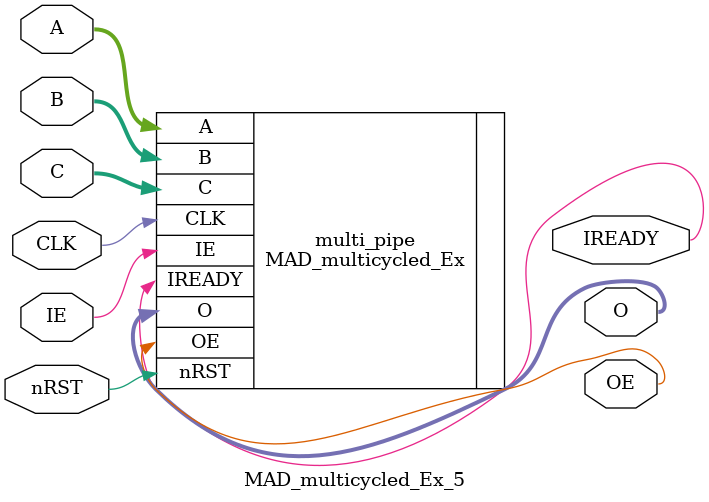
<source format=v>
`include "testdrive_system.vh"

module MAD_multicycled_Ex_5 (
	input					CLK,	// clock
	input					nRST,	// reset (active low)
	input					IE,		// input enable
	output					IREADY,	// input ready
	input	[63:0]			A,		// A
	input	[63:0]			B,		// B
	input	[63:0]			C,		// C
	output					OE,		// output enable
	output	[63:0]			O		// output
);

// definition & assignment ---------------------------------------------------

// implementation ------------------------------------------------------------
MAD_multicycled_Ex #(
	.CYCLE		(5),
	.COUNT		(1)
) multi_pipe (
	.CLK		(CLK),
	.nRST		(nRST),
	.IE			(IE),
	.IREADY		(IREADY),
	.A			(A),
	.B			(B),
	.C			(C),
	.OE			(OE),
	.O			(O)
);

endmodule

</source>
